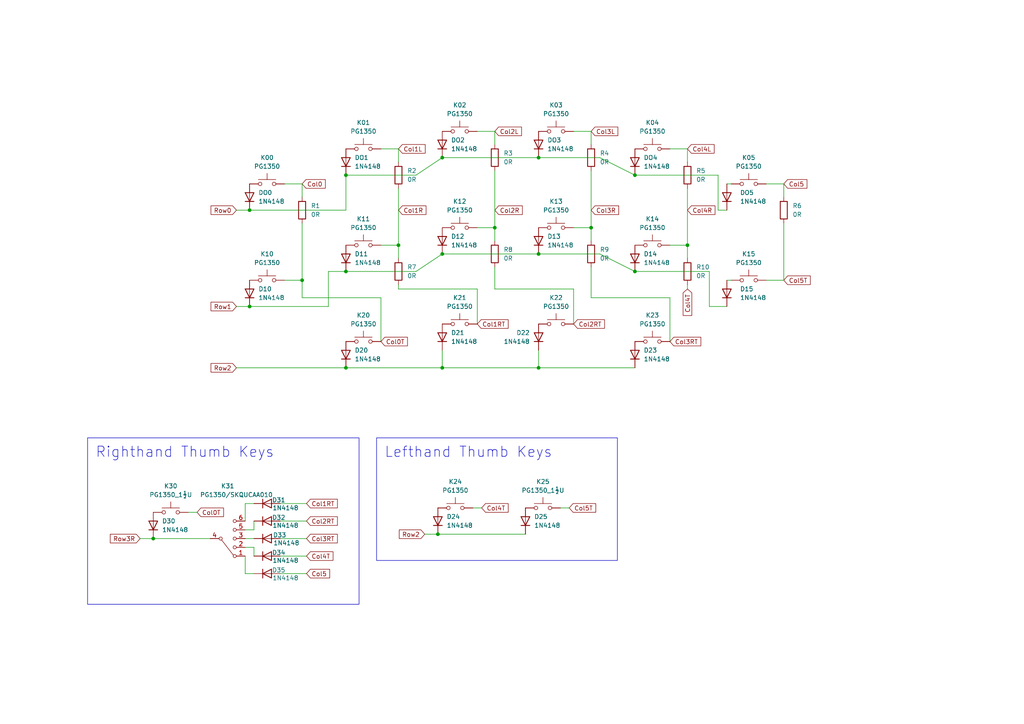
<source format=kicad_sch>
(kicad_sch (version 20231120) (generator "eeschema") (generator_version "8.0")
  (paper "A4")
  (title_block (comment 1 "Key switch matrix"))
  (lib_symbols
    (symbol "Device:D" (pin_numbers hide) (pin_names (offset 1.016) hide)
      (property "Reference" "D" (at 0 2.54 0))
      (property "Value" "D" (at 0 -2.54 0))
      (symbol "D_0_1"
        (polyline (pts (xy -1.27 1.27) (xy -1.27 -1.27)) (stroke (width 0.254)))
        (polyline (pts (xy 1.27 0) (xy -1.27 0)))
        (polyline (pts (xy 1.27 1.27) (xy 1.27 -1.27) (xy -1.27 0) (xy 1.27 1.27)) (stroke (width 0.254)))
      )
      (symbol "D_1_1"
        (pin passive line (at -3.81 0 0) (length 2.54) (name "K") (number "1"))
        (pin passive line (at 3.81 0 180) (length 2.54) (name "A") (number "2"))
      )
    )
    (symbol "Device:R" (pin_numbers hide) (pin_names (offset 0))
      (property "Reference" "R" (at 2.032 0 90))
      (property "Value" "R" (at 0 0 90))
      (symbol "R_0_1"
        (rectangle (start -1.016 -2.54) (end 1.016 2.54) (stroke (width 0.254)))
      )
      (symbol "R_1_1"
        (pin passive line (at 0 3.81 270) (length 1.27) (name "~") (number "1"))
        (pin passive line (at 0 -3.81 90) (length 1.27) (name "~") (number "2"))
      )
    )
    (symbol "Project Library:SW_SP5T" (pin_names (offset 0) hide)
      (property "Reference" "SW" (at 0 5.08 0))
      (property "Value" "SW_SP5T" (at 0 -11.43 0))
      (symbol "SW_SP5T_0_1"
        (circle (center -2.032 -2.54) (radius 0.4572))
        (polyline (pts (xy -1.7569 -2.1414) (xy 1.651 2.286)))
        (circle (center 2.032 -7.62) (radius 0.4572))
        (circle (center 2.032 -5.08) (radius 0.4572))
        (circle (center 2.032 -2.54) (radius 0.4572))
        (circle (center 2.032 0) (radius 0.4572))
        (circle (center 2.032 2.54) (radius 0.4572))
      )
      (symbol "SW_SP5T_1_1"
        (pin passive line (at 5.08 2.54 180) (length 2.54) (name "A") (number "1"))
        (pin passive line (at 5.08 0 180) (length 2.54) (name "B") (number "2"))
        (pin passive line (at 5.08 -2.54 180) (length 2.54) (name "C") (number "3"))
        (pin passive line (at -5.08 -2.54 0) (length 2.54) (name "Com") (number "4"))
        (pin passive line (at 5.08 -5.08 180) (length 2.54) (name "D") (number "5"))
        (pin passive line (at 5.08 -7.62 180) (length 2.54) (name "Ctr") (number "6"))
      )
    )
    (symbol "Switch:SW_Push" (pin_numbers hide) (pin_names (offset 1.016) hide)
      (property "Reference" "SW" (at 1.27 2.54 0))
      (property "Value" "SW_Push" (at 0 -1.524 0))
      (symbol "SW_Push_0_1"
        (circle (center -2.032 0) (radius 0.508))
        (polyline (pts (xy 0 1.27) (xy 0 3.048)))
        (polyline (pts (xy 2.54 1.27) (xy -2.54 1.27)))
        (circle (center 2.032 0) (radius 0.508))
        (pin passive line (at -5.08 0 0) (length 2.54) (name "1") (number "1"))
        (pin passive line (at 5.08 0 180) (length 2.54) (name "2") (number "2"))
      )
    )
  )
  (junction (at 115.57 71.12))
  (junction (at 72.39 60.96))
  (junction (at 184.15 50.8))
  (junction (at 44.45 156.21))
  (junction (at 128.27 73.66))
  (junction (at 128.27 106.68))
  (junction (at 87.63 81.28))
  (junction (at 100.33 78.74))
  (junction (at 143.51 66.04))
  (junction (at 156.21 106.68))
  (junction (at 100.33 50.8))
  (junction (at 128.27 45.72))
  (junction (at 100.33 106.68))
  (junction (at 156.21 45.72))
  (junction (at 156.21 73.66))
  (junction (at 171.45 66.04))
  (junction (at 199.39 71.12))
  (junction (at 72.39 88.9))
  (junction (at 127 154.94))
  (junction (at 184.15 78.74))
  (wire (pts (xy 156.21 73.66) (xy 128.27 73.66)))
  (wire (pts (xy 120.65 78.74) (xy 100.33 78.74)))
  (wire (pts (xy 199.39 82.55) (xy 199.39 83.82)))
  (wire (pts (xy 71.12 146.05) (xy 73.66 146.05)))
  (wire (pts (xy 184.15 50.8) (xy 208.28 50.8)))
  (wire (pts (xy 166.37 83.82) (xy 166.37 93.98)))
  (wire (pts (xy 138.43 83.82) (xy 138.43 93.98)))
  (wire (pts (xy 128.27 45.72) (xy 120.65 50.8)))
  (wire (pts (xy 72.39 88.9) (xy 95.25 88.9)))
  (wire (pts (xy 54.61 148.59) (xy 57.15 148.59)))
  (wire (pts (xy 128.27 73.66) (xy 120.65 78.74)))
  (wire (pts (xy 87.63 64.77) (xy 87.63 81.28)))
  (wire (pts (xy 171.45 66.04) (xy 171.45 69.85)))
  (wire (pts (xy 73.66 151.13) (xy 73.66 153.67)))
  (wire (pts (xy 208.28 60.96) (xy 210.82 60.96)))
  (wire (pts (xy 71.12 156.21) (xy 73.66 156.21)))
  (wire (pts (xy 173.99 45.72) (xy 156.21 45.72)))
  (wire (pts (xy 95.25 78.74) (xy 100.33 78.74)))
  (wire (pts (xy 162.56 147.32) (xy 165.1 147.32)))
  (wire (pts (xy 71.12 166.37) (xy 71.12 161.29)))
  (wire (pts (xy 68.58 88.9) (xy 72.39 88.9)))
  (wire (pts (xy 143.51 49.53) (xy 143.51 66.04)))
  (wire (pts (xy 171.45 49.53) (xy 171.45 66.04)))
  (wire (pts (xy 156.21 101.6) (xy 156.21 106.68)))
  (wire (pts (xy 184.15 78.74) (xy 205.74 78.74)))
  (wire (pts (xy 87.63 81.28) (xy 87.63 86.36)))
  (wire (pts (xy 212.09 53.34) (xy 210.82 53.34)))
  (wire (pts (xy 88.9 146.05) (xy 81.28 146.05)))
  (wire (pts (xy 205.74 78.74) (xy 205.74 88.9)))
  (wire (pts (xy 40.64 156.21) (xy 44.45 156.21)))
  (wire (pts (xy 212.09 81.28) (xy 210.82 81.28)))
  (wire (pts (xy 138.43 38.1) (xy 143.51 38.1)))
  (wire (pts (xy 143.51 38.1) (xy 143.51 41.91)))
  (wire (pts (xy 123.19 154.94) (xy 127 154.94)))
  (wire (pts (xy 71.12 166.37) (xy 73.66 166.37)))
  (wire (pts (xy 205.74 88.9) (xy 210.82 88.9)))
  (wire (pts (xy 82.55 53.34) (xy 87.63 53.34)))
  (wire (pts (xy 166.37 38.1) (xy 171.45 38.1)))
  (wire (pts (xy 184.15 50.8) (xy 173.99 45.72)))
  (wire (pts (xy 156.21 45.72) (xy 128.27 45.72)))
  (wire (pts (xy 222.25 53.34) (xy 227.33 53.34)))
  (wire (pts (xy 171.45 86.36) (xy 194.31 86.36)))
  (wire (pts (xy 227.33 64.77) (xy 227.33 81.28)))
  (wire (pts (xy 73.66 153.67) (xy 71.12 153.67)))
  (wire (pts (xy 127 154.94) (xy 152.4 154.94)))
  (wire (pts (xy 194.31 71.12) (xy 199.39 71.12)))
  (wire (pts (xy 143.51 66.04) (xy 143.51 69.85)))
  (wire (pts (xy 115.57 54.61) (xy 115.57 71.12)))
  (wire (pts (xy 222.25 81.28) (xy 227.33 81.28)))
  (wire (pts (xy 100.33 50.8) (xy 100.33 60.96)))
  (wire (pts (xy 110.49 71.12) (xy 115.57 71.12)))
  (wire (pts (xy 120.65 50.8) (xy 100.33 50.8)))
  (wire (pts (xy 110.49 43.18) (xy 115.57 43.18)))
  (wire (pts (xy 115.57 43.18) (xy 115.57 46.99)))
  (wire (pts (xy 171.45 38.1) (xy 171.45 41.91)))
  (wire (pts (xy 73.66 158.75) (xy 71.12 158.75)))
  (wire (pts (xy 100.33 106.68) (xy 128.27 106.68)))
  (wire (pts (xy 199.39 54.61) (xy 199.39 71.12)))
  (wire (pts (xy 199.39 71.12) (xy 199.39 74.93)))
  (wire (pts (xy 88.9 151.13) (xy 81.28 151.13)))
  (wire (pts (xy 115.57 71.12) (xy 115.57 74.93)))
  (wire (pts (xy 82.55 81.28) (xy 87.63 81.28)))
  (wire (pts (xy 208.28 50.8) (xy 208.28 60.96)))
  (wire (pts (xy 110.49 86.36) (xy 110.49 99.06)))
  (wire (pts (xy 95.25 78.74) (xy 95.25 88.9)))
  (wire (pts (xy 44.45 156.21) (xy 60.96 156.21)))
  (wire (pts (xy 139.7 147.32) (xy 137.16 147.32)))
  (wire (pts (xy 128.27 101.6) (xy 128.27 106.68)))
  (wire (pts (xy 71.12 146.05) (xy 71.12 151.13)))
  (wire (pts (xy 184.15 78.74) (xy 173.99 73.66)))
  (wire (pts (xy 156.21 106.68) (xy 184.15 106.68)))
  (wire (pts (xy 68.58 60.96) (xy 72.39 60.96)))
  (wire (pts (xy 227.33 53.34) (xy 227.33 57.15)))
  (wire (pts (xy 128.27 106.68) (xy 156.21 106.68)))
  (wire (pts (xy 88.9 161.29) (xy 81.28 161.29)))
  (wire (pts (xy 115.57 83.82) (xy 138.43 83.82)))
  (wire (pts (xy 138.43 66.04) (xy 143.51 66.04)))
  (wire (pts (xy 87.63 86.36) (xy 110.49 86.36)))
  (wire (pts (xy 68.58 106.68) (xy 100.33 106.68)))
  (wire (pts (xy 87.63 53.34) (xy 87.63 57.15)))
  (wire (pts (xy 88.9 156.21) (xy 81.28 156.21)))
  (wire (pts (xy 143.51 77.47) (xy 143.51 83.82)))
  (wire (pts (xy 88.9 166.37) (xy 81.28 166.37)))
  (wire (pts (xy 171.45 77.47) (xy 171.45 86.36)))
  (wire (pts (xy 194.31 86.36) (xy 194.31 99.06)))
  (wire (pts (xy 166.37 66.04) (xy 171.45 66.04)))
  (wire (pts (xy 194.31 43.18) (xy 199.39 43.18)))
  (wire (pts (xy 143.51 83.82) (xy 166.37 83.82)))
  (wire (pts (xy 115.57 83.82) (xy 115.57 82.55)))
  (wire (pts (xy 73.66 158.75) (xy 73.66 161.29)))
  (wire (pts (xy 72.39 60.96) (xy 100.33 60.96)))
  (wire (pts (xy 173.99 73.66) (xy 156.21 73.66)))
  (wire (pts (xy 199.39 43.18) (xy 199.39 46.99)))
  (text_box "Lefthand Thumb Keys" (at 109.22 127 0) (size 69.85 35.56) (effects (font (size 3 3)) (justify left top)))
  (text_box "Righthand Thumb Keys" (at 25.4 127 0) (size 78.74 48.26) (effects (font (size 3 3)) (justify left top)))
  (global_label "Col4T" (shape input) (at 199.39 83.82 270) (property "Intersheetrefs" "${INTERSHEET_REFS}" (effects (hide yes))))
  (global_label "Row2" (shape input) (at 68.58 106.68 180) (property "Intersheetrefs" "${INTERSHEET_REFS}" (effects (hide yes))))
  (global_label "Row2" (shape input) (at 123.19 154.94 180) (property "Intersheetrefs" "${INTERSHEET_REFS}" (effects (hide yes))))
  (global_label "Col1RT" (shape input) (at 88.9 146.05 0) (property "Intersheetrefs" "${INTERSHEET_REFS}" (effects (hide yes))))
  (global_label "Col2R" (shape input) (at 143.51 60.96 0) (property "Intersheetrefs" "${INTERSHEET_REFS}" (effects (hide yes))))
  (global_label "Col0T" (shape input) (at 57.15 148.59 0) (property "Intersheetrefs" "${INTERSHEET_REFS}" (effects (hide yes))))
  (global_label "Col5T" (shape input) (at 165.1 147.32 0) (property "Intersheetrefs" "${INTERSHEET_REFS}" (effects (hide yes))))
  (global_label "Col0" (shape input) (at 87.63 53.34 0) (property "Intersheetrefs" "${INTERSHEET_REFS}" (effects (hide yes))))
  (global_label "Col2RT" (shape input) (at 166.37 93.98 0) (property "Intersheetrefs" "${INTERSHEET_REFS}" (effects (hide yes))))
  (global_label "Col1RT" (shape input) (at 138.43 93.98 0) (property "Intersheetrefs" "${INTERSHEET_REFS}" (effects (hide yes))))
  (global_label "Col3RT" (shape input) (at 194.31 99.06 0) (property "Intersheetrefs" "${INTERSHEET_REFS}" (effects (hide yes))))
  (global_label "Col5T" (shape input) (at 227.33 81.28 0) (property "Intersheetrefs" "${INTERSHEET_REFS}" (effects (hide yes))))
  (global_label "Row3R" (shape input) (at 40.64 156.21 180) (property "Intersheetrefs" "${INTERSHEET_REFS}" (effects (hide yes))))
  (global_label "Col4L" (shape input) (at 199.39 43.18 0) (property "Intersheetrefs" "${INTERSHEET_REFS}" (effects (hide yes))))
  (global_label "Col3R" (shape input) (at 171.45 60.96 0) (property "Intersheetrefs" "${INTERSHEET_REFS}" (effects (hide yes))))
  (global_label "Col5" (shape input) (at 88.9 166.37 0) (property "Intersheetrefs" "${INTERSHEET_REFS}" (effects (hide yes))))
  (global_label "Row0" (shape input) (at 68.58 60.96 180) (property "Intersheetrefs" "${INTERSHEET_REFS}" (effects (hide yes))))
  (global_label "Col2L" (shape input) (at 143.51 38.1 0) (property "Intersheetrefs" "${INTERSHEET_REFS}" (effects (hide yes))))
  (global_label "Col4T" (shape input) (at 139.7 147.32 0) (property "Intersheetrefs" "${INTERSHEET_REFS}" (effects (hide yes))))
  (global_label "Col1R" (shape input) (at 115.57 60.96 0) (property "Intersheetrefs" "${INTERSHEET_REFS}" (effects (hide yes))))
  (global_label "Col3RT" (shape input) (at 88.9 156.21 0) (property "Intersheetrefs" "${INTERSHEET_REFS}" (effects (hide yes))))
  (global_label "Col3L" (shape input) (at 171.45 38.1 0) (property "Intersheetrefs" "${INTERSHEET_REFS}" (effects (hide yes))))
  (global_label "Col5" (shape input) (at 227.33 53.34 0) (property "Intersheetrefs" "${INTERSHEET_REFS}" (effects (hide yes))))
  (global_label "Col2RT" (shape input) (at 88.9 151.13 0) (property "Intersheetrefs" "${INTERSHEET_REFS}" (effects (hide yes))))
  (global_label "Row1" (shape input) (at 68.58 88.9 180) (property "Intersheetrefs" "${INTERSHEET_REFS}" (effects (hide yes))))
  (global_label "Col0T" (shape input) (at 110.49 99.06 0) (property "Intersheetrefs" "${INTERSHEET_REFS}" (effects (hide yes))))
  (global_label "Col1L" (shape input) (at 115.57 43.18 0) (property "Intersheetrefs" "${INTERSHEET_REFS}" (effects (hide yes))))
  (global_label "Col4T" (shape input) (at 88.9 161.29 0) (property "Intersheetrefs" "${INTERSHEET_REFS}" (effects (hide yes))))
  (global_label "Col4R" (shape input) (at 199.39 60.96 0) (property "Intersheetrefs" "${INTERSHEET_REFS}" (effects (hide yes))))
  (symbol (lib_id "Device:D") (at 77.47 161.29 0) (unit 1)
    (property "Reference" "D34" (at 82.804 160.274 0) (effects (justify right)))
    (property "Value" "1N4148" (at 86.614 162.56 0) (effects (justify right)))
    (property "Footprint" "Project Library:D_SOD-123" (effects (hide yes)))
    (property "Description" "Diode" (effects (hide yes)))
    (property "Sim.Device" "D" (effects (hide yes)))
    (property "Sim.Pins" "1=K 2=A" (effects (hide yes)))
  )
  (symbol (lib_id "Switch:SW_Push") (at 161.29 66.04 0) (mirror y) (unit 1)
    (property "Reference" "K13" (at 161.29 58.42 0))
    (property "Value" "PG1350" (at 161.29 60.96 0))
    (property "Footprint" "Project Library:SW_choc_v1_HS_CPG135001S30_1layer_1u" (effects (hide yes)))
    (property "Description" "Push button switch, generic, two pins" (effects (hide yes)))
  )
  (symbol (lib_id "Switch:SW_Push") (at 133.35 66.04 0) (mirror y) (unit 1)
    (property "Reference" "K12" (at 133.35 58.42 0))
    (property "Value" "PG1350" (at 133.35 60.96 0))
    (property "Footprint" "Project Library:SW_choc_v1_HS_CPG135001S30_1layer_1u" (effects (hide yes)))
    (property "Description" "Push button switch, generic, two pins" (effects (hide yes)))
  )
  (symbol (lib_id "Switch:SW_Push") (at 161.29 93.98 0) (mirror y) (unit 1)
    (property "Reference" "K22" (at 161.29 86.36 0))
    (property "Value" "PG1350" (at 161.29 88.9 0))
    (property "Footprint" "Project Library:SW_choc_v1_HS_CPG135001S30_1layer_1u" (effects (hide yes)))
    (property "Description" "Push button switch, generic, two pins" (effects (hide yes)))
  )
  (symbol (lib_id "Switch:SW_Push") (at 161.29 38.1 0) (mirror y) (unit 1)
    (property "Reference" "K03" (at 161.29 30.48 0))
    (property "Value" "PG1350" (at 161.29 33.02 0))
    (property "Footprint" "Project Library:SW_choc_v1_HS_CPG135001S30_1layer_1u" (effects (hide yes)))
    (property "Description" "Push button switch, generic, two pins" (effects (hide yes)))
  )
  (symbol (lib_id "Device:R") (at 143.51 45.72 0) (unit 1)
    (property "Reference" "R3" (at 146.05 44.4499 0) (effects (justify left)))
    (property "Value" "0R" (at 146.05 46.9899 0) (effects (justify left)))
    (property "Footprint" "Project Library:R_2010_5025Metric_Mod" (effects (hide yes)))
    (property "Description" "Resistor" (effects (hide yes)))
  )
  (symbol (lib_id "Switch:SW_Push") (at 189.23 99.06 0) (mirror y) (unit 1)
    (property "Reference" "K23" (at 189.23 91.44 0))
    (property "Value" "PG1350" (at 189.23 93.98 0))
    (property "Footprint" "Project Library:SW_choc_v1_HS_CPG135001S30_1layer_1u" (effects (hide yes)))
    (property "Description" "Push button switch, generic, two pins" (effects (hide yes)))
  )
  (symbol (lib_id "Switch:SW_Push") (at 157.48 147.32 0) (mirror y) (unit 1)
    (property "Reference" "K25" (at 157.48 139.7 0))
    (property "Value" "PG1350_1½U" (at 157.48 142.24 0))
    (property "Footprint" "Project Library:SW_choc_v1_HS_CPG135001S30_1layer_1.5u" (effects (hide yes)))
    (property "Description" "Push button switch, generic, two pins" (effects (hide yes)))
  )
  (symbol (lib_id "Device:D") (at 152.4 151.13 90) (unit 1)
    (property "Reference" "D25" (at 154.94 149.8599 90) (effects (justify right)))
    (property "Value" "1N4148" (at 154.94 152.3999 90) (effects (justify right)))
    (property "Footprint" "Project Library:D_SOD-123_Mod" (effects (hide yes)))
    (property "Description" "Diode" (effects (hide yes)))
    (property "Sim.Device" "D" (effects (hide yes)))
    (property "Sim.Pins" "1=K 2=A" (effects (hide yes)))
  )
  (symbol (lib_id "Device:R") (at 87.63 60.96 0) (unit 1)
    (property "Reference" "R1" (at 90.17 59.6899 0) (effects (justify left)))
    (property "Value" "0R" (at 90.17 62.2299 0) (effects (justify left)))
    (property "Footprint" "Project Library:R_2010_5025Metric_Mod" (effects (hide yes)))
    (property "Description" "Resistor" (effects (hide yes)))
  )
  (symbol (lib_id "Device:D") (at 100.33 46.99 90) (unit 1)
    (property "Reference" "DO1" (at 102.87 45.7199 90) (effects (justify right)))
    (property "Value" "1N4148" (at 102.87 48.2599 90) (effects (justify right)))
    (property "Footprint" "Project Library:D_SOD-123_Mod" (effects (hide yes)))
    (property "Description" "Diode" (effects (hide yes)))
    (property "Sim.Device" "D" (effects (hide yes)))
    (property "Sim.Pins" "1=K 2=A" (effects (hide yes)))
  )
  (symbol (lib_id "Device:D") (at 100.33 102.87 90) (unit 1)
    (property "Reference" "D20" (at 102.87 101.5999 90) (effects (justify right)))
    (property "Value" "1N4148" (at 102.87 104.1399 90) (effects (justify right)))
    (property "Footprint" "Project Library:D_SOD-123_Mod" (effects (hide yes)))
    (property "Description" "Diode" (effects (hide yes)))
    (property "Sim.Device" "D" (effects (hide yes)))
    (property "Sim.Pins" "1=K 2=A" (effects (hide yes)))
  )
  (symbol (lib_id "Device:D") (at 77.47 151.13 0) (unit 1)
    (property "Reference" "D32" (at 82.804 150.114 0) (effects (justify right)))
    (property "Value" "1N4148" (at 86.614 152.4 0) (effects (justify right)))
    (property "Footprint" "Project Library:D_SOD-123" (effects (hide yes)))
    (property "Description" "Diode" (effects (hide yes)))
    (property "Sim.Device" "D" (effects (hide yes)))
    (property "Sim.Pins" "1=K 2=A" (effects (hide yes)))
  )
  (symbol (lib_id "Switch:SW_Push") (at 77.47 53.34 0) (mirror y) (unit 1)
    (property "Reference" "K00" (at 77.47 45.72 0))
    (property "Value" "PG1350" (at 77.47 48.26 0))
    (property "Footprint" "Project Library:SW_choc_v1_HS_CPG135001S30_1layer_1u" (effects (hide yes)))
    (property "Description" "Push button switch, generic, two pins" (effects (hide yes)))
  )
  (symbol (lib_id "Device:R") (at 171.45 73.66 0) (unit 1)
    (property "Reference" "R9" (at 173.99 72.3899 0) (effects (justify left)))
    (property "Value" "0R" (at 173.99 74.9299 0) (effects (justify left)))
    (property "Footprint" "Project Library:R_2010_5025Metric_Mod" (effects (hide yes)))
    (property "Description" "Resistor" (effects (hide yes)))
  )
  (symbol (lib_id "Device:R") (at 227.33 60.96 0) (unit 1)
    (property "Reference" "R6" (at 229.87 59.6899 0) (effects (justify left)))
    (property "Value" "0R" (at 229.87 62.2299 0) (effects (justify left)))
    (property "Footprint" "Project Library:R_2010_5025Metric_Mod" (effects (hide yes)))
    (property "Description" "Resistor" (effects (hide yes)))
  )
  (symbol (lib_id "Device:R") (at 115.57 50.8 0) (unit 1)
    (property "Reference" "R2" (at 118.11 49.5299 0) (effects (justify left)))
    (property "Value" "0R" (at 118.11 52.0699 0) (effects (justify left)))
    (property "Footprint" "Project Library:R_2010_5025Metric_Mod" (effects (hide yes)))
    (property "Description" "Resistor" (effects (hide yes)))
  )
  (symbol (lib_id "Project Library:SW_SP5T") (at 66.04 158.75 0) (mirror x) (unit 1)
    (property "Reference" "K31" (at 66.04 140.97 0))
    (property "Value" "PG1350/SKQUCAA010" (at 68.58 143.51 0))
    (property "Footprint" "Project Library:SW_choc_v1_HS_nav_CPG135001S30_SKQUCAA010_1layer_1u_1" (effects (hide yes)))
    (property "Description" "Switch, five position, single pole quintuple throw, 5 position switch, SP5T" (effects (hide yes)))
  )
  (symbol (lib_id "Device:R") (at 171.45 45.72 0) (unit 1)
    (property "Reference" "R4" (at 173.99 44.4499 0) (effects (justify left)))
    (property "Value" "0R" (at 173.99 46.9899 0) (effects (justify left)))
    (property "Footprint" "Project Library:R_2010_5025Metric_Mod" (effects (hide yes)))
    (property "Description" "Resistor" (effects (hide yes)))
  )
  (symbol (lib_id "Switch:SW_Push") (at 105.41 99.06 0) (mirror y) (unit 1)
    (property "Reference" "K20" (at 105.41 91.44 0))
    (property "Value" "PG1350" (at 105.41 93.98 0))
    (property "Footprint" "Project Library:SW_choc_v1_HS_CPG135001S30_1layer_1u" (effects (hide yes)))
    (property "Description" "Push button switch, generic, two pins" (effects (hide yes)))
  )
  (symbol (lib_id "Device:D") (at 77.47 166.37 0) (unit 1)
    (property "Reference" "D35" (at 82.804 165.354 0) (effects (justify right)))
    (property "Value" "1N4148" (at 86.614 167.64 0) (effects (justify right)))
    (property "Footprint" "Project Library:D_SOD-123" (effects (hide yes)))
    (property "Description" "Diode" (effects (hide yes)))
    (property "Sim.Device" "D" (effects (hide yes)))
    (property "Sim.Pins" "1=K 2=A" (effects (hide yes)))
  )
  (symbol (lib_id "Device:D") (at 184.15 46.99 90) (unit 1)
    (property "Reference" "DO4" (at 186.69 45.7199 90) (effects (justify right)))
    (property "Value" "1N4148" (at 186.69 48.2599 90) (effects (justify right)))
    (property "Footprint" "Project Library:D_SOD-123_Mod" (effects (hide yes)))
    (property "Description" "Diode" (effects (hide yes)))
    (property "Sim.Device" "D" (effects (hide yes)))
    (property "Sim.Pins" "1=K 2=A" (effects (hide yes)))
  )
  (symbol (lib_id "Switch:SW_Push") (at 49.53 148.59 0) (mirror y) (unit 1)
    (property "Reference" "K30" (at 49.53 140.97 0))
    (property "Value" "PG1350_1½U" (at 49.53 143.51 0))
    (property "Footprint" "Project Library:SW_choc_v1_HS_CPG135001S30_1layer_1.5u" (effects (hide yes)))
    (property "Description" "Push button switch, generic, two pins" (effects (hide yes)))
  )
  (symbol (lib_id "Switch:SW_Push") (at 77.47 81.28 0) (mirror y) (unit 1)
    (property "Reference" "K10" (at 77.47 73.66 0))
    (property "Value" "PG1350" (at 77.47 76.2 0))
    (property "Footprint" "Project Library:SW_choc_v1_HS_CPG135001S30_1layer_1u" (effects (hide yes)))
    (property "Description" "Push button switch, generic, two pins" (effects (hide yes)))
  )
  (symbol (lib_id "Device:D") (at 210.82 85.09 90) (unit 1)
    (property "Reference" "D15" (at 214.63 83.8199 90) (effects (justify right)))
    (property "Value" "1N4148" (at 214.63 86.3599 90) (effects (justify right)))
    (property "Footprint" "Project Library:D_SOD-123_Mod" (effects (hide yes)))
    (property "Description" "Diode" (effects (hide yes)))
    (property "Sim.Device" "D" (effects (hide yes)))
    (property "Sim.Pins" "1=K 2=A" (effects (hide yes)))
  )
  (symbol (lib_id "Switch:SW_Push") (at 189.23 43.18 0) (mirror y) (unit 1)
    (property "Reference" "K04" (at 189.23 35.56 0))
    (property "Value" "PG1350" (at 189.23 38.1 0))
    (property "Footprint" "Project Library:SW_choc_v1_HS_CPG135001S30_1layer_1u" (effects (hide yes)))
    (property "Description" "Push button switch, generic, two pins" (effects (hide yes)))
  )
  (symbol (lib_id "Switch:SW_Push") (at 133.35 93.98 0) (mirror y) (unit 1)
    (property "Reference" "K21" (at 133.35 86.36 0))
    (property "Value" "PG1350" (at 133.35 88.9 0))
    (property "Footprint" "Project Library:SW_choc_v1_HS_CPG135001S30_1layer_1u" (effects (hide yes)))
    (property "Description" "Push button switch, generic, two pins" (effects (hide yes)))
  )
  (symbol (lib_id "Device:D") (at 128.27 97.79 90) (unit 1)
    (property "Reference" "D21" (at 130.81 96.5199 90) (effects (justify right)))
    (property "Value" "1N4148" (at 130.81 99.0599 90) (effects (justify right)))
    (property "Footprint" "Project Library:D_SOD-123_Mod" (effects (hide yes)))
    (property "Description" "Diode" (effects (hide yes)))
    (property "Sim.Device" "D" (effects (hide yes)))
    (property "Sim.Pins" "1=K 2=A" (effects (hide yes)))
  )
  (symbol (lib_id "Switch:SW_Push") (at 105.41 43.18 0) (mirror y) (unit 1)
    (property "Reference" "K01" (at 105.41 35.56 0))
    (property "Value" "PG1350" (at 105.41 38.1 0))
    (property "Footprint" "Project Library:SW_choc_v1_HS_CPG135001S30_1layer_1u" (effects (hide yes)))
    (property "Description" "Push button switch, generic, two pins" (effects (hide yes)))
  )
  (symbol (lib_id "Device:D") (at 156.21 97.79 270) (mirror x) (unit 1)
    (property "Reference" "D22" (at 153.67 96.5199 90) (effects (justify right)))
    (property "Value" "1N4148" (at 153.67 99.0599 90) (effects (justify right)))
    (property "Footprint" "Project Library:D_SOD-123_Mod" (effects (hide yes)))
    (property "Description" "Diode" (effects (hide yes)))
    (property "Sim.Device" "D" (effects (hide yes)))
    (property "Sim.Pins" "1=K 2=A" (effects (hide yes)))
  )
  (symbol (lib_id "Device:D") (at 210.82 57.15 90) (unit 1)
    (property "Reference" "DO5" (at 214.63 55.8799 90) (effects (justify right)))
    (property "Value" "1N4148" (at 214.63 58.4199 90) (effects (justify right)))
    (property "Footprint" "Project Library:D_SOD-123_Mod" (effects (hide yes)))
    (property "Description" "Diode" (effects (hide yes)))
    (property "Sim.Device" "D" (effects (hide yes)))
    (property "Sim.Pins" "1=K 2=A" (effects (hide yes)))
  )
  (symbol (lib_id "Device:D") (at 184.15 102.87 90) (unit 1)
    (property "Reference" "D23" (at 186.69 101.5999 90) (effects (justify right)))
    (property "Value" "1N4148" (at 186.69 104.1399 90) (effects (justify right)))
    (property "Footprint" "Project Library:D_SOD-123_Mod" (effects (hide yes)))
    (property "Description" "Diode" (effects (hide yes)))
    (property "Sim.Device" "D" (effects (hide yes)))
    (property "Sim.Pins" "1=K 2=A" (effects (hide yes)))
  )
  (symbol (lib_id "Switch:SW_Push") (at 132.08 147.32 0) (mirror y) (unit 1)
    (property "Reference" "K24" (at 132.08 139.7 0))
    (property "Value" "PG1350" (at 132.08 142.24 0))
    (property "Footprint" "Project Library:SW_choc_v1_HS_CPG135001S30_1layer_1u" (effects (hide yes)))
    (property "Description" "Push button switch, generic, two pins" (effects (hide yes)))
  )
  (symbol (lib_id "Switch:SW_Push") (at 189.23 71.12 0) (mirror y) (unit 1)
    (property "Reference" "K14" (at 189.23 63.5 0))
    (property "Value" "PG1350" (at 189.23 66.04 0))
    (property "Footprint" "Project Library:SW_choc_v1_HS_CPG135001S30_1layer_1u" (effects (hide yes)))
    (property "Description" "Push button switch, generic, two pins" (effects (hide yes)))
  )
  (symbol (lib_id "Device:D") (at 44.45 152.4 90) (unit 1)
    (property "Reference" "D30" (at 46.99 151.1299 90) (effects (justify right)))
    (property "Value" "1N4148" (at 46.99 153.6699 90) (effects (justify right)))
    (property "Footprint" "Project Library:D_SOD-123" (effects (hide yes)))
    (property "Description" "Diode" (effects (hide yes)))
    (property "Sim.Device" "D" (effects (hide yes)))
    (property "Sim.Pins" "1=K 2=A" (effects (hide yes)))
  )
  (symbol (lib_id "Device:D") (at 72.39 85.09 90) (unit 1)
    (property "Reference" "D10" (at 74.93 83.8199 90) (effects (justify right)))
    (property "Value" "1N4148" (at 74.93 86.3599 90) (effects (justify right)))
    (property "Footprint" "Project Library:D_SOD-123_Mod" (effects (hide yes)))
    (property "Description" "Diode" (effects (hide yes)))
    (property "Sim.Device" "D" (effects (hide yes)))
    (property "Sim.Pins" "1=K 2=A" (effects (hide yes)))
  )
  (symbol (lib_id "Device:D") (at 128.27 41.91 90) (unit 1)
    (property "Reference" "DO2" (at 130.81 40.6399 90) (effects (justify right)))
    (property "Value" "1N4148" (at 130.81 43.1799 90) (effects (justify right)))
    (property "Footprint" "Project Library:D_SOD-123_Mod" (effects (hide yes)))
    (property "Description" "Diode" (effects (hide yes)))
    (property "Sim.Device" "D" (effects (hide yes)))
    (property "Sim.Pins" "1=K 2=A" (effects (hide yes)))
  )
  (symbol (lib_id "Device:D") (at 128.27 69.85 90) (unit 1)
    (property "Reference" "D12" (at 130.81 68.5799 90) (effects (justify right)))
    (property "Value" "1N4148" (at 130.81 71.1199 90) (effects (justify right)))
    (property "Footprint" "Project Library:D_SOD-123_Mod" (effects (hide yes)))
    (property "Description" "Diode" (effects (hide yes)))
    (property "Sim.Device" "D" (effects (hide yes)))
    (property "Sim.Pins" "1=K 2=A" (effects (hide yes)))
  )
  (symbol (lib_id "Device:D") (at 184.15 74.93 90) (unit 1)
    (property "Reference" "D14" (at 186.69 73.6599 90) (effects (justify right)))
    (property "Value" "1N4148" (at 186.69 76.1999 90) (effects (justify right)))
    (property "Footprint" "Project Library:D_SOD-123_Mod" (effects (hide yes)))
    (property "Description" "Diode" (effects (hide yes)))
    (property "Sim.Device" "D" (effects (hide yes)))
    (property "Sim.Pins" "1=K 2=A" (effects (hide yes)))
  )
  (symbol (lib_id "Device:R") (at 143.51 73.66 0) (unit 1)
    (property "Reference" "R8" (at 146.05 72.3899 0) (effects (justify left)))
    (property "Value" "0R" (at 146.05 74.9299 0) (effects (justify left)))
    (property "Footprint" "Project Library:R_2010_5025Metric_Mod" (effects (hide yes)))
    (property "Description" "Resistor" (effects (hide yes)))
  )
  (symbol (lib_id "Device:D") (at 72.39 57.15 90) (unit 1)
    (property "Reference" "DO0" (at 74.93 55.8799 90) (effects (justify right)))
    (property "Value" "1N4148" (at 74.93 58.4199 90) (effects (justify right)))
    (property "Footprint" "Project Library:D_SOD-123_Mod" (effects (hide yes)))
    (property "Description" "Diode" (effects (hide yes)))
    (property "Sim.Device" "D" (effects (hide yes)))
    (property "Sim.Pins" "1=K 2=A" (effects (hide yes)))
  )
  (symbol (lib_id "Device:R") (at 115.57 78.74 0) (unit 1)
    (property "Reference" "R7" (at 118.11 77.4699 0) (effects (justify left)))
    (property "Value" "0R" (at 118.11 80.0099 0) (effects (justify left)))
    (property "Footprint" "Project Library:R_2010_5025Metric_Mod" (effects (hide yes)))
    (property "Description" "Resistor" (effects (hide yes)))
  )
  (symbol (lib_id "Device:D") (at 156.21 69.85 90) (unit 1)
    (property "Reference" "D13" (at 158.75 68.5799 90) (effects (justify right)))
    (property "Value" "1N4148" (at 158.75 71.1199 90) (effects (justify right)))
    (property "Footprint" "Project Library:D_SOD-123_Mod" (effects (hide yes)))
    (property "Description" "Diode" (effects (hide yes)))
    (property "Sim.Device" "D" (effects (hide yes)))
    (property "Sim.Pins" "1=K 2=A" (effects (hide yes)))
  )
  (symbol (lib_id "Switch:SW_Push") (at 105.41 71.12 0) (mirror y) (unit 1)
    (property "Reference" "K11" (at 105.41 63.5 0))
    (property "Value" "PG1350" (at 105.41 66.04 0))
    (property "Footprint" "Project Library:SW_choc_v1_HS_CPG135001S30_1layer_1u" (effects (hide yes)))
    (property "Description" "Push button switch, generic, two pins" (effects (hide yes)))
  )
  (symbol (lib_id "Device:R") (at 199.39 78.74 0) (unit 1)
    (property "Reference" "R10" (at 201.93 77.4699 0) (effects (justify left)))
    (property "Value" "0R" (at 201.93 80.0099 0) (effects (justify left)))
    (property "Footprint" "Project Library:R_2010_5025Metric_Mod" (effects (hide yes)))
    (property "Description" "Resistor" (effects (hide yes)))
  )
  (symbol (lib_id "Switch:SW_Push") (at 133.35 38.1 0) (mirror y) (unit 1)
    (property "Reference" "K02" (at 133.35 30.48 0))
    (property "Value" "PG1350" (at 133.35 33.02 0))
    (property "Footprint" "Project Library:SW_choc_v1_HS_CPG135001S30_1layer_1u" (effects (hide yes)))
    (property "Description" "Push button switch, generic, two pins" (effects (hide yes)))
  )
  (symbol (lib_id "Device:D") (at 77.47 146.05 0) (unit 1)
    (property "Reference" "D31" (at 82.804 145.034 0) (effects (justify right)))
    (property "Value" "1N4148" (at 86.614 147.32 0) (effects (justify right)))
    (property "Footprint" "Project Library:D_SOD-123" (effects (hide yes)))
    (property "Description" "Diode" (effects (hide yes)))
    (property "Sim.Device" "D" (effects (hide yes)))
    (property "Sim.Pins" "1=K 2=A" (effects (hide yes)))
  )
  (symbol (lib_id "Switch:SW_Push") (at 217.17 81.28 0) (mirror y) (unit 1)
    (property "Reference" "K15" (at 217.17 73.66 0))
    (property "Value" "PG1350" (at 217.17 76.2 0))
    (property "Footprint" "Project Library:SW_choc_v1_HS_CPG135001S30_1layer_1u" (effects (hide yes)))
    (property "Description" "Push button switch, generic, two pins" (effects (hide yes)))
  )
  (symbol (lib_id "Device:D") (at 77.47 156.21 0) (unit 1)
    (property "Reference" "D33" (at 83.058 155.194 0) (effects (justify right)))
    (property "Value" "1N4148" (at 86.868 157.48 0) (effects (justify right)))
    (property "Footprint" "Project Library:D_SOD-123" (effects (hide yes)))
    (property "Description" "Diode" (effects (hide yes)))
    (property "Sim.Device" "D" (effects (hide yes)))
    (property "Sim.Pins" "1=K 2=A" (effects (hide yes)))
  )
  (symbol (lib_id "Device:R") (at 199.39 50.8 0) (unit 1)
    (property "Reference" "R5" (at 201.93 49.5299 0) (effects (justify left)))
    (property "Value" "0R" (at 201.93 52.0699 0) (effects (justify left)))
    (property "Footprint" "Project Library:R_2010_5025Metric_Mod" (effects (hide yes)))
    (property "Description" "Resistor" (effects (hide yes)))
  )
  (symbol (lib_id "Device:D") (at 127 151.13 90) (unit 1)
    (property "Reference" "D24" (at 129.54 149.8599 90) (effects (justify right)))
    (property "Value" "1N4148" (at 129.54 152.3999 90) (effects (justify right)))
    (property "Footprint" "Project Library:D_SOD-123_Mod" (effects (hide yes)))
    (property "Description" "Diode" (effects (hide yes)))
    (property "Sim.Device" "D" (effects (hide yes)))
    (property "Sim.Pins" "1=K 2=A" (effects (hide yes)))
  )
  (symbol (lib_id "Device:D") (at 100.33 74.93 90) (unit 1)
    (property "Reference" "D11" (at 102.87 73.6599 90) (effects (justify right)))
    (property "Value" "1N4148" (at 102.87 76.1999 90) (effects (justify right)))
    (property "Footprint" "Project Library:D_SOD-123_Mod" (effects (hide yes)))
    (property "Description" "Diode" (effects (hide yes)))
    (property "Sim.Device" "D" (effects (hide yes)))
    (property "Sim.Pins" "1=K 2=A" (effects (hide yes)))
  )
  (symbol (lib_id "Switch:SW_Push") (at 217.17 53.34 0) (mirror y) (unit 1)
    (property "Reference" "K05" (at 217.17 45.72 0))
    (property "Value" "PG1350" (at 217.17 48.26 0))
    (property "Footprint" "Project Library:SW_choc_v1_HS_CPG135001S30_1layer_1u" (effects (hide yes)))
    (property "Description" "Push button switch, generic, two pins" (effects (hide yes)))
  )
  (symbol (lib_id "Device:D") (at 156.21 41.91 90) (unit 1)
    (property "Reference" "DO3" (at 158.75 40.6399 90) (effects (justify right)))
    (property "Value" "1N4148" (at 158.75 43.1799 90) (effects (justify right)))
    (property "Footprint" "Project Library:D_SOD-123_Mod" (effects (hide yes)))
    (property "Description" "Diode" (effects (hide yes)))
    (property "Sim.Device" "D" (effects (hide yes)))
    (property "Sim.Pins" "1=K 2=A" (effects (hide yes)))
  )
)
</source>
